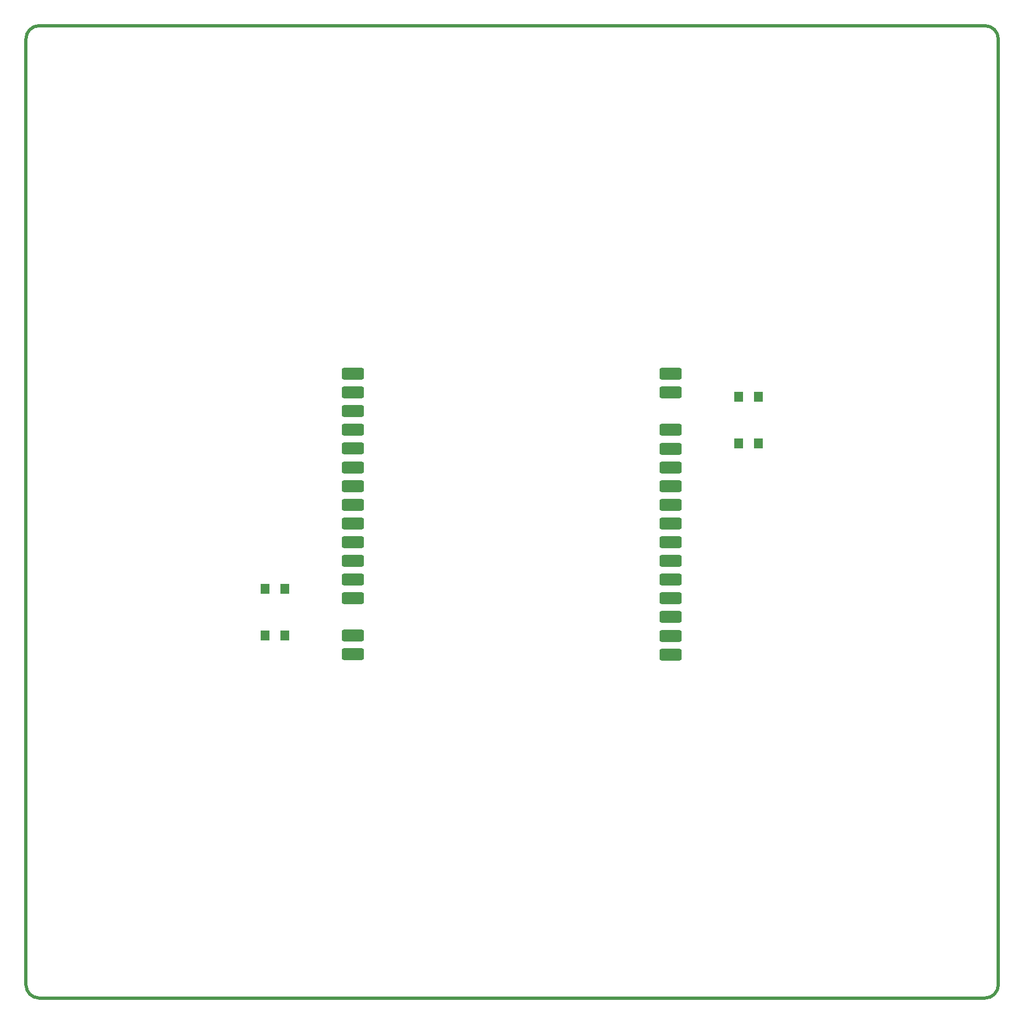
<source format=gbr>
%TF.GenerationSoftware,KiCad,Pcbnew,9.0.4*%
%TF.CreationDate,2025-11-21T09:49:57+00:00*%
%TF.ProjectId,PyBoardTester,5079426f-6172-4645-9465-737465722e6b,rev?*%
%TF.SameCoordinates,Original*%
%TF.FileFunction,Paste,Top*%
%TF.FilePolarity,Positive*%
%FSLAX46Y46*%
G04 Gerber Fmt 4.6, Leading zero omitted, Abs format (unit mm)*
G04 Created by KiCad (PCBNEW 9.0.4) date 2025-11-21 09:49:57*
%MOMM*%
%LPD*%
G01*
G04 APERTURE LIST*
G04 Aperture macros list*
%AMRoundRect*
0 Rectangle with rounded corners*
0 $1 Rounding radius*
0 $2 $3 $4 $5 $6 $7 $8 $9 X,Y pos of 4 corners*
0 Add a 4 corners polygon primitive as box body*
4,1,4,$2,$3,$4,$5,$6,$7,$8,$9,$2,$3,0*
0 Add four circle primitives for the rounded corners*
1,1,$1+$1,$2,$3*
1,1,$1+$1,$4,$5*
1,1,$1+$1,$6,$7*
1,1,$1+$1,$8,$9*
0 Add four rect primitives between the rounded corners*
20,1,$1+$1,$2,$3,$4,$5,0*
20,1,$1+$1,$4,$5,$6,$7,0*
20,1,$1+$1,$6,$7,$8,$9,0*
20,1,$1+$1,$8,$9,$2,$3,0*%
G04 Aperture macros list end*
%ADD10RoundRect,0.250000X-1.450000X-0.650000X1.450000X-0.650000X1.450000X0.650000X-1.450000X0.650000X0*%
%ADD11R,1.400000X1.600000*%
%TA.AperFunction,Profile*%
%ADD12C,0.500000*%
%TD*%
G04 APERTURE END LIST*
D10*
%TO.C,TP1*%
X70440681Y-82689022D03*
%TD*%
%TO.C,TP11*%
X70440681Y-97122355D03*
%TD*%
%TO.C,TP22*%
X119464000Y-111567300D03*
%TD*%
%TO.C,TP24*%
X119464000Y-114453966D03*
%TD*%
%TO.C,TP3*%
X70440681Y-85575689D03*
%TD*%
%TO.C,TP32*%
X119464000Y-126000633D03*
%TD*%
%TO.C,TP14*%
X119464000Y-100020633D03*
%TD*%
%TO.C,TP25*%
X70440681Y-117329022D03*
%TD*%
%TO.C,TP17*%
X70440681Y-105782355D03*
%TD*%
%TO.C,TP10*%
X119464000Y-94247300D03*
%TD*%
%TO.C,TP9*%
X70440681Y-94235689D03*
%TD*%
D11*
%TO.C,~{RST}#1*%
X129964000Y-93400633D03*
X129964000Y-86200633D03*
X132964000Y-93400633D03*
X132964000Y-86200633D03*
%TD*%
D10*
%TO.C,TP21*%
X70440681Y-111555689D03*
%TD*%
%TO.C,TP20*%
X119464000Y-108680633D03*
%TD*%
%TO.C,TP26*%
X119464000Y-117340633D03*
%TD*%
%TO.C,TP28*%
X119464000Y-120227300D03*
%TD*%
%TO.C,TP5*%
X70440681Y-88462355D03*
%TD*%
%TO.C,TP7*%
X70440681Y-91349022D03*
%TD*%
%TO.C,TP30*%
X119464000Y-123113966D03*
%TD*%
%TO.C,TP15*%
X70440681Y-102895689D03*
%TD*%
%TO.C,TP13*%
X70440681Y-100009022D03*
%TD*%
%TO.C,TP12*%
X119464000Y-97133966D03*
%TD*%
%TO.C,TP23*%
X70440681Y-114442355D03*
%TD*%
%TO.C,TP18*%
X119464000Y-105793966D03*
%TD*%
%TO.C,TP16*%
X119464000Y-102907300D03*
%TD*%
%TO.C,TP2*%
X119464000Y-82700633D03*
%TD*%
D11*
%TO.C,~{RST}#2*%
X56914000Y-123050633D03*
X56914000Y-115850633D03*
X59914000Y-123050633D03*
X59914000Y-115850633D03*
%TD*%
D10*
%TO.C,TP8*%
X119464000Y-91360633D03*
%TD*%
%TO.C,TP19*%
X70440681Y-108669022D03*
%TD*%
%TO.C,TP31*%
X70440681Y-125989022D03*
%TD*%
%TO.C,TP4*%
X119464000Y-85587300D03*
%TD*%
%TO.C,TP29*%
X70440681Y-123102355D03*
%TD*%
D12*
X170000000Y-31000000D02*
X170000000Y-177000000D01*
X22000000Y-179000000D02*
G75*
G02*
X20000000Y-177000000I0J2000000D01*
G01*
X22000000Y-29000000D02*
X168000000Y-29000000D01*
X168000000Y-179000000D02*
X22000000Y-179000000D01*
X168000000Y-29000000D02*
G75*
G02*
X170000000Y-31000000I0J-2000000D01*
G01*
X20000000Y-177000000D02*
X20000000Y-31000000D01*
X170000000Y-177000000D02*
G75*
G02*
X168000000Y-179000000I-2000000J0D01*
G01*
X20000000Y-31000000D02*
G75*
G02*
X22000000Y-29000000I2000000J0D01*
G01*
M02*

</source>
